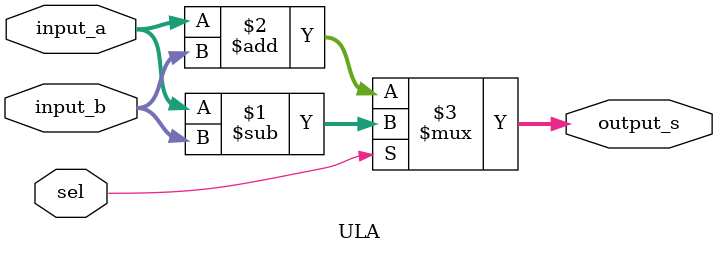
<source format=sv>
module ULA#(parameter WIDTH = 4)(
        input                       sel     ,
        input logic [WIDTH-1:0]     input_a ,      
                                    input_b ,
        output logic [WIDTH-1:0]    output_s
);
    assign output_s = sel ? input_a - input_b : input_a + input_b;
endmodule
</source>
